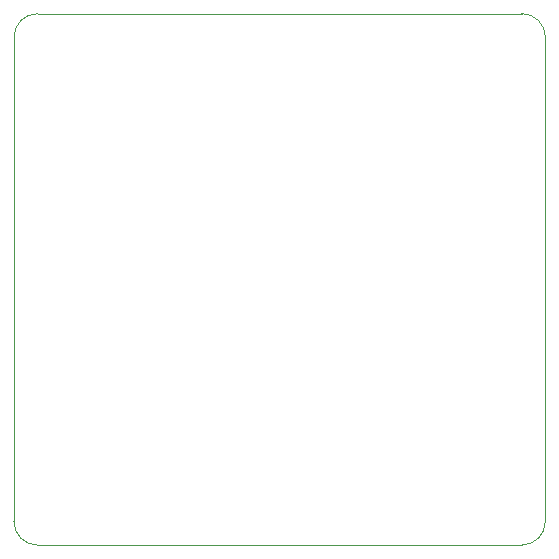
<source format=gbr>
%TF.GenerationSoftware,KiCad,Pcbnew,(6.0.1)*%
%TF.CreationDate,2022-04-08T14:53:01+03:00*%
%TF.ProjectId,fcb,6663622e-6b69-4636-9164-5f7063625858,0*%
%TF.SameCoordinates,Original*%
%TF.FileFunction,Profile,NP*%
%FSLAX46Y46*%
G04 Gerber Fmt 4.6, Leading zero omitted, Abs format (unit mm)*
G04 Created by KiCad (PCBNEW (6.0.1)) date 2022-04-08 14:53:01*
%MOMM*%
%LPD*%
G01*
G04 APERTURE LIST*
%TA.AperFunction,Profile*%
%ADD10C,0.100000*%
%TD*%
G04 APERTURE END LIST*
D10*
X125500000Y-122500000D02*
G75*
G03*
X127500000Y-124500000I1999999J-1D01*
G01*
X170500000Y-81500000D02*
G75*
G03*
X168500000Y-79500000I-1999999J1D01*
G01*
X125500000Y-122500000D02*
X125500000Y-81500000D01*
X127500000Y-79500000D02*
X168500000Y-79500000D01*
X168500000Y-124500000D02*
X127500000Y-124500000D01*
X170500000Y-81500000D02*
X170500000Y-122500000D01*
X168500000Y-124500000D02*
G75*
G03*
X170500000Y-122500000I1J1999999D01*
G01*
X127500000Y-79500000D02*
G75*
G03*
X125500000Y-81500000I-1J-1999999D01*
G01*
M02*

</source>
